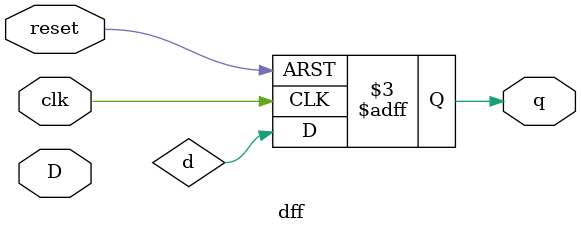
<source format=v>


module dff (
  input clk,
  input reset,
  input D,
  output reg q
);

  always @(posedge clk or negedge reset) begin
    if (!reset) begin 
      q <= 0; 
    end else begin 
      q <= d;
    end
  end
endmodule

</source>
